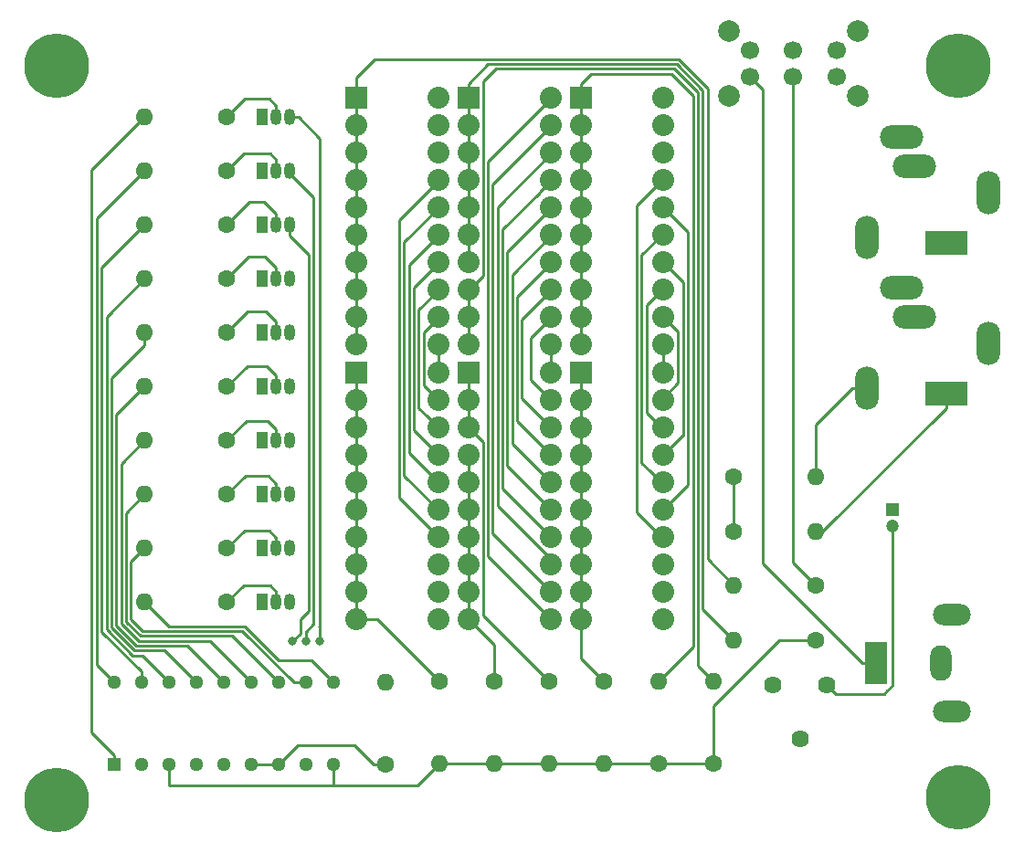
<source format=gtl>
G04 #@! TF.GenerationSoftware,KiCad,Pcbnew,(5.1.0)-1*
G04 #@! TF.CreationDate,2019-05-23T23:37:30-04:00*
G04 #@! TF.ProjectId,KITT Voicebox 12v,4b495454-2056-46f6-9963-65626f782031,rev?*
G04 #@! TF.SameCoordinates,Original*
G04 #@! TF.FileFunction,Copper,L1,Top*
G04 #@! TF.FilePolarity,Positive*
%FSLAX46Y46*%
G04 Gerber Fmt 4.6, Leading zero omitted, Abs format (unit mm)*
G04 Created by KiCad (PCBNEW (5.1.0)-1) date 2019-05-23 23:37:30*
%MOMM*%
%LPD*%
G04 APERTURE LIST*
%ADD10C,1.700000*%
%ADD11C,2.000000*%
%ADD12C,1.620000*%
%ADD13C,6.000000*%
%ADD14O,1.600000X1.600000*%
%ADD15C,1.600000*%
%ADD16R,1.050000X1.500000*%
%ADD17O,1.050000X1.500000*%
%ADD18C,2.032000*%
%ADD19R,2.032000X2.032000*%
%ADD20R,1.200000X1.200000*%
%ADD21C,1.200000*%
%ADD22R,4.000000X2.200000*%
%ADD23O,2.200000X4.000000*%
%ADD24O,4.000000X2.200000*%
%ADD25R,2.000000X4.000000*%
%ADD26O,2.000000X3.300000*%
%ADD27O,3.500000X2.000000*%
%ADD28R,1.298000X1.298000*%
%ADD29C,1.298000*%
%ADD30C,0.800000*%
%ADD31C,0.250000*%
G04 APERTURE END LIST*
D10*
X169544000Y-48808000D03*
X165544000Y-48808000D03*
X161544000Y-48808000D03*
X169544000Y-51308000D03*
X165544000Y-51308000D03*
X161544000Y-51308000D03*
D11*
X159544000Y-47058000D03*
X171544000Y-47058000D03*
X171544000Y-53058000D03*
X159544000Y-53058000D03*
D12*
X168656000Y-107696000D03*
X166156000Y-112696000D03*
X163656000Y-107696000D03*
D13*
X180848000Y-118110000D03*
X180848000Y-50292000D03*
D14*
X105410000Y-70000000D03*
D15*
X113030000Y-70000000D03*
D16*
X116350000Y-75000000D03*
D17*
X118890000Y-75000000D03*
X117620000Y-75000000D03*
D13*
X97282000Y-118364000D03*
X97282000Y-50292000D03*
D18*
X143060000Y-78700000D03*
X143060000Y-81240000D03*
X143060000Y-83780000D03*
X143060000Y-86320000D03*
X135440000Y-99020000D03*
X135440000Y-101560000D03*
X143060000Y-101560000D03*
X143060000Y-99020000D03*
X135440000Y-96480000D03*
X135440000Y-93940000D03*
X135440000Y-91400000D03*
X135440000Y-88860000D03*
X143060000Y-88860000D03*
X143060000Y-91400000D03*
X143060000Y-93940000D03*
X143060000Y-96480000D03*
X135440000Y-86320000D03*
X135440000Y-83780000D03*
X135440000Y-81240000D03*
D19*
X135440000Y-78700000D03*
D15*
X132715000Y-107315000D03*
D14*
X132715000Y-114935000D03*
D19*
X125000000Y-53190000D03*
D18*
X125000000Y-55730000D03*
X125000000Y-58270000D03*
X125000000Y-60810000D03*
X132620000Y-70970000D03*
X132620000Y-68430000D03*
X132620000Y-65890000D03*
X132620000Y-63350000D03*
X125000000Y-63350000D03*
X125000000Y-65890000D03*
X125000000Y-68430000D03*
X125000000Y-70970000D03*
X132620000Y-73510000D03*
X132620000Y-76050000D03*
X125000000Y-76050000D03*
X125000000Y-73510000D03*
X132620000Y-60810000D03*
X132620000Y-58270000D03*
X132620000Y-55730000D03*
X132620000Y-53190000D03*
D19*
X135440000Y-53190000D03*
D18*
X135440000Y-55730000D03*
X135440000Y-58270000D03*
X135440000Y-60810000D03*
X143060000Y-70970000D03*
X143060000Y-68430000D03*
X143060000Y-65890000D03*
X143060000Y-63350000D03*
X135440000Y-63350000D03*
X135440000Y-65890000D03*
X135440000Y-68430000D03*
X135440000Y-70970000D03*
X143060000Y-73510000D03*
X143060000Y-76050000D03*
X135440000Y-76050000D03*
X135440000Y-73510000D03*
X143060000Y-60810000D03*
X143060000Y-58270000D03*
X143060000Y-55730000D03*
X143060000Y-53190000D03*
D17*
X117620000Y-80000000D03*
X118890000Y-80000000D03*
D16*
X116350000Y-80000000D03*
D18*
X132620000Y-78700000D03*
X132620000Y-81240000D03*
X132620000Y-83780000D03*
X132620000Y-86320000D03*
X125000000Y-99020000D03*
X125000000Y-101560000D03*
X132620000Y-101560000D03*
X132620000Y-99020000D03*
X125000000Y-96480000D03*
X125000000Y-93940000D03*
X125000000Y-91400000D03*
X125000000Y-88860000D03*
X132620000Y-88860000D03*
X132620000Y-91400000D03*
X132620000Y-93940000D03*
X132620000Y-96480000D03*
X125000000Y-86320000D03*
X125000000Y-83780000D03*
X125000000Y-81240000D03*
D19*
X125000000Y-78700000D03*
X145880000Y-53190000D03*
D18*
X145880000Y-55730000D03*
X145880000Y-58270000D03*
X145880000Y-60810000D03*
X153500000Y-70970000D03*
X153500000Y-68430000D03*
X153500000Y-65890000D03*
X153500000Y-63350000D03*
X145880000Y-63350000D03*
X145880000Y-65890000D03*
X145880000Y-68430000D03*
X145880000Y-70970000D03*
X153500000Y-73510000D03*
X153500000Y-76050000D03*
X145880000Y-76050000D03*
X145880000Y-73510000D03*
X153500000Y-60810000D03*
X153500000Y-58270000D03*
X153500000Y-55730000D03*
X153500000Y-53190000D03*
X153500000Y-78700000D03*
X153500000Y-81240000D03*
X153500000Y-83780000D03*
X153500000Y-86320000D03*
X145880000Y-99020000D03*
X145880000Y-101560000D03*
X153500000Y-101560000D03*
X153500000Y-99020000D03*
X145880000Y-96480000D03*
X145880000Y-93940000D03*
X145880000Y-91400000D03*
X145880000Y-88860000D03*
X153500000Y-88860000D03*
X153500000Y-91400000D03*
X153500000Y-93940000D03*
X153500000Y-96480000D03*
X145880000Y-86320000D03*
X145880000Y-83780000D03*
X145880000Y-81240000D03*
D19*
X145880000Y-78700000D03*
D20*
X174752000Y-91440000D03*
D21*
X174752000Y-92940000D03*
D22*
X179705000Y-80645000D03*
D23*
X172405000Y-80145000D03*
D24*
X176805000Y-73545000D03*
X175605000Y-70845000D03*
D23*
X183605000Y-76045000D03*
X183605000Y-62075000D03*
D24*
X175605000Y-56875000D03*
X176805000Y-59575000D03*
D23*
X172405000Y-66175000D03*
D22*
X179705000Y-66675000D03*
D25*
X173228000Y-105664000D03*
D26*
X179228000Y-105664000D03*
D27*
X180228000Y-101164000D03*
X180228000Y-110164000D03*
D16*
X116350000Y-55000000D03*
D17*
X118890000Y-55000000D03*
X117620000Y-55000000D03*
X117620000Y-60000000D03*
X118890000Y-60000000D03*
D16*
X116350000Y-60000000D03*
X116350000Y-65000000D03*
D17*
X118890000Y-65000000D03*
X117620000Y-65000000D03*
X117620000Y-70000000D03*
X118890000Y-70000000D03*
D16*
X116350000Y-70000000D03*
X116350000Y-85000000D03*
D17*
X118890000Y-85000000D03*
X117620000Y-85000000D03*
X117620000Y-90000000D03*
X118890000Y-90000000D03*
D16*
X116350000Y-90000000D03*
X116350000Y-95000000D03*
D17*
X118890000Y-95000000D03*
X117620000Y-95000000D03*
X117620000Y-100000000D03*
X118890000Y-100000000D03*
D16*
X116350000Y-100000000D03*
D14*
X167640000Y-93472000D03*
D15*
X160020000Y-93472000D03*
X160020000Y-88392000D03*
D14*
X167640000Y-88392000D03*
D15*
X127762000Y-115062000D03*
D14*
X127762000Y-107442000D03*
D15*
X113030000Y-55000000D03*
D14*
X105410000Y-55000000D03*
X105410000Y-60000000D03*
D15*
X113030000Y-60000000D03*
X113030000Y-65000000D03*
D14*
X105410000Y-65000000D03*
D15*
X113030000Y-75000000D03*
D14*
X105410000Y-75000000D03*
X105410000Y-80010000D03*
D15*
X113030000Y-80010000D03*
X113030000Y-85000000D03*
D14*
X105410000Y-85000000D03*
X105410000Y-90000000D03*
D15*
X113030000Y-90000000D03*
X113030000Y-95000000D03*
D14*
X105410000Y-95000000D03*
X105410000Y-100000000D03*
D15*
X113030000Y-100000000D03*
X167640000Y-98425000D03*
D14*
X160020000Y-98425000D03*
X158115000Y-107315000D03*
D15*
X158115000Y-114935000D03*
D14*
X142875000Y-114935000D03*
D15*
X142875000Y-107315000D03*
D14*
X160020000Y-103505000D03*
D15*
X167640000Y-103505000D03*
D14*
X137795000Y-114935000D03*
D15*
X137795000Y-107315000D03*
X153035000Y-114935000D03*
D14*
X153035000Y-107315000D03*
D15*
X147955000Y-107315000D03*
D14*
X147955000Y-114935000D03*
D28*
X102616000Y-115062000D03*
D29*
X105156000Y-115062000D03*
X107696000Y-115062000D03*
X110236000Y-115062000D03*
X112776000Y-115062000D03*
X115316000Y-115062000D03*
X117856000Y-115062000D03*
X120396000Y-115062000D03*
X122936000Y-115062000D03*
X122936000Y-107442000D03*
X120396000Y-107442000D03*
X117856000Y-107442000D03*
X115316000Y-107442000D03*
X112776000Y-107442000D03*
X110236000Y-107442000D03*
X107696000Y-107442000D03*
X105156000Y-107442000D03*
X102616000Y-107442000D03*
D30*
X119126000Y-103632000D03*
X120396000Y-103632000D03*
X121666000Y-103632000D03*
D31*
X125000000Y-52500000D02*
X125000000Y-75000000D01*
X125000000Y-76200000D02*
X125000000Y-75060000D01*
X125000000Y-52500000D02*
X125000000Y-75060000D01*
X125000000Y-75060000D02*
X125000000Y-75360000D01*
X125000000Y-51399942D02*
X126744971Y-49654971D01*
X125000000Y-52500000D02*
X125000000Y-51399942D01*
X126744971Y-49654971D02*
X154904201Y-49654971D01*
X154904201Y-49654971D02*
X157600028Y-52350798D01*
X157600028Y-52350798D02*
X157600028Y-52949968D01*
X157600028Y-52949968D02*
X157600030Y-52949970D01*
X157600030Y-96005030D02*
X157600030Y-95116030D01*
X160020000Y-98425000D02*
X157600030Y-96005030D01*
X157600030Y-52949970D02*
X157600030Y-95116030D01*
X152274001Y-82764001D02*
X153290000Y-83780000D01*
X151948999Y-82438999D02*
X152274001Y-82764001D01*
X130828990Y-81988990D02*
X131604001Y-82764001D01*
X131604001Y-82764001D02*
X132620000Y-83780000D01*
X143070000Y-91400000D02*
X139041051Y-87371051D01*
X130828990Y-72911010D02*
X130828990Y-73078990D01*
X132620000Y-71120000D02*
X130828990Y-72911010D01*
X130828990Y-73078990D02*
X130828990Y-81988990D01*
X139041051Y-67528949D02*
X139041051Y-68491051D01*
X143070000Y-63500000D02*
X139041051Y-67528949D01*
X139041051Y-87371051D02*
X139041051Y-68491051D01*
X151948999Y-72461001D02*
X151948999Y-72948999D01*
X153290000Y-71120000D02*
X151948999Y-72461001D01*
X151948999Y-72948999D02*
X151948999Y-82438999D01*
X132620000Y-86320000D02*
X130378981Y-84078981D01*
X143070000Y-93940000D02*
X138591041Y-89461041D01*
X130378981Y-70821019D02*
X130378981Y-71161019D01*
X132620000Y-68580000D02*
X130378981Y-70821019D01*
X130378981Y-84078981D02*
X130378981Y-71161019D01*
X138591041Y-65458959D02*
X138591041Y-66961041D01*
X142054001Y-61995999D02*
X138591041Y-65458959D01*
X143070000Y-60960000D02*
X142054001Y-61975999D01*
X138591041Y-89461041D02*
X138591041Y-66961041D01*
X155301010Y-84518990D02*
X153500000Y-86320000D01*
X155321010Y-84518990D02*
X155301010Y-84518990D01*
X153490000Y-68480000D02*
X155321010Y-70311010D01*
X155321010Y-70311010D02*
X155321010Y-84518990D01*
X152274001Y-87844001D02*
X153290000Y-88860000D01*
X151498990Y-87068990D02*
X152274001Y-87844001D01*
X132620000Y-88860000D02*
X129928972Y-86168972D01*
X143070000Y-96020000D02*
X138141031Y-91091031D01*
X142760000Y-96480000D02*
X142760000Y-96020000D01*
X129928972Y-68731028D02*
X129928972Y-69308972D01*
X132620000Y-66040000D02*
X129928972Y-68731028D01*
X129928972Y-86168972D02*
X129928972Y-69308972D01*
X138141031Y-63348969D02*
X138141031Y-64348969D01*
X143070000Y-58420000D02*
X138141031Y-63348969D01*
X138141031Y-91091031D02*
X138141031Y-64348969D01*
X151498990Y-67831010D02*
X151498990Y-68608990D01*
X153290000Y-66040000D02*
X151498990Y-67831010D01*
X151498990Y-68608990D02*
X151498990Y-87068990D01*
X132620000Y-91400000D02*
X129478963Y-88258963D01*
X143070000Y-99020000D02*
X137691021Y-93641021D01*
X129478963Y-66641037D02*
X129478963Y-67378963D01*
X132620000Y-63500000D02*
X129478963Y-66641037D01*
X129478963Y-88258963D02*
X129478963Y-67378963D01*
X137691021Y-61258979D02*
X137691021Y-62998979D01*
X143070000Y-55880000D02*
X137691021Y-61258979D01*
X137691021Y-93641021D02*
X137691021Y-62998979D01*
X155751019Y-89148981D02*
X153500000Y-91400000D01*
X155771019Y-89148981D02*
X155751019Y-89148981D01*
X153490000Y-63400000D02*
X155771019Y-65681019D01*
X155771019Y-65681019D02*
X155771019Y-89148981D01*
X131604001Y-80224001D02*
X132620000Y-81240000D01*
X131278999Y-79898999D02*
X131604001Y-80224001D01*
X143070000Y-88860000D02*
X142054001Y-87844001D01*
X142024001Y-87844001D02*
X139491061Y-85311061D01*
X131278999Y-75001001D02*
X131278999Y-75848999D01*
X132620000Y-73660000D02*
X131278999Y-75001001D01*
X131278999Y-75848999D02*
X131278999Y-79898999D01*
X139491061Y-69618939D02*
X139491061Y-70328939D01*
X143070000Y-66040000D02*
X139491061Y-69618939D01*
X139491061Y-85311061D02*
X139491061Y-70328939D01*
X154871001Y-79658999D02*
X153290000Y-81240000D01*
X153490000Y-73560000D02*
X154871001Y-74941001D01*
X154871001Y-74941001D02*
X154871001Y-79658999D01*
X153510000Y-75390000D02*
X153510000Y-78730000D01*
X132620000Y-75360000D02*
X132620000Y-78700000D01*
X143070000Y-86320000D02*
X139941071Y-83191071D01*
X139941071Y-71708929D02*
X139941071Y-72821071D01*
X143070000Y-68580000D02*
X139941071Y-71708929D01*
X139941071Y-83191071D02*
X139941071Y-72821071D01*
X152274001Y-92924001D02*
X153290000Y-93940000D01*
X151048980Y-91698980D02*
X152274001Y-92924001D01*
X131604001Y-92924001D02*
X132620000Y-93940000D01*
X129028954Y-90348954D02*
X131604001Y-92924001D01*
X137241011Y-95731011D02*
X142054001Y-100544001D01*
X142054001Y-100544001D02*
X143070000Y-101560000D01*
X129028954Y-64551046D02*
X129028954Y-65471046D01*
X132620000Y-60960000D02*
X129028954Y-64551046D01*
X129028954Y-65471046D02*
X129028954Y-90348954D01*
X143070000Y-53340000D02*
X137241011Y-59168989D01*
X137241011Y-59168989D02*
X137241011Y-60038989D01*
X137241011Y-60038989D02*
X137241011Y-95731011D01*
X151048980Y-63201020D02*
X151048980Y-64411020D01*
X153290000Y-60960000D02*
X151048980Y-63201020D01*
X151048980Y-64411020D02*
X151048980Y-91698980D01*
X125000000Y-79966000D02*
X125000000Y-101560000D01*
X125000000Y-78700000D02*
X125000000Y-79966000D01*
X126960000Y-101560000D02*
X132715000Y-107315000D01*
X125000000Y-101560000D02*
X126960000Y-101560000D01*
X135450000Y-53340000D02*
X135450000Y-68580000D01*
X137869020Y-50104980D02*
X138785020Y-50104980D01*
X154717800Y-50104980D02*
X157150019Y-52537199D01*
X137259020Y-50104980D02*
X138285020Y-50104980D01*
X135440000Y-51924000D02*
X137259020Y-50104980D01*
X135440000Y-53190000D02*
X135440000Y-51924000D01*
X137265020Y-50104980D02*
X138285020Y-50104980D01*
X138285020Y-50104980D02*
X154717800Y-50104980D01*
X157150019Y-100635019D02*
X160020000Y-103505000D01*
X157150019Y-52537199D02*
X157150019Y-100635019D01*
X140391081Y-81101081D02*
X143070000Y-83780000D01*
X140391081Y-74354237D02*
X140401834Y-74354237D01*
X118890000Y-65000000D02*
X118890000Y-65225000D01*
X140391081Y-73798919D02*
X140391081Y-75361081D01*
X143070000Y-71120000D02*
X140391081Y-73798919D01*
X140391081Y-75361081D02*
X140391081Y-81101081D01*
X120650000Y-67760000D02*
X120650000Y-100784315D01*
X118890000Y-66000000D02*
X120650000Y-67760000D01*
X118890000Y-65000000D02*
X118890000Y-66000000D01*
X119861158Y-102896842D02*
X119126000Y-103632000D01*
X119861158Y-101573158D02*
X119861158Y-102896842D01*
X120650000Y-100784315D02*
X119861158Y-101573158D01*
X156700009Y-105900009D02*
X158115000Y-107315000D01*
X156700010Y-52723600D02*
X156700009Y-105900009D01*
X135450000Y-71120000D02*
X136791001Y-69778999D01*
X135450000Y-76200000D02*
X135450000Y-71120000D01*
X136791001Y-69778999D02*
X136791001Y-51738999D01*
X136791001Y-51738999D02*
X137975010Y-50554990D01*
X137975010Y-50554990D02*
X154531400Y-50554990D01*
X154531400Y-50554990D02*
X156700010Y-52723600D01*
X141230000Y-79400000D02*
X141500000Y-79670000D01*
X141500000Y-79670000D02*
X143070000Y-81240000D01*
X141230000Y-75500000D02*
X141230000Y-76580000D01*
X143070000Y-73660000D02*
X141230000Y-75500000D01*
X141230000Y-76580000D02*
X141230000Y-79400000D01*
X120396000Y-103066315D02*
X120396000Y-103632000D01*
X120396000Y-102741590D02*
X120396000Y-103066315D01*
X121100010Y-102037580D02*
X120396000Y-102741590D01*
X121100010Y-62435010D02*
X121100010Y-102037580D01*
X118890000Y-60225000D02*
X121100010Y-62435010D01*
X118890000Y-60000000D02*
X118890000Y-60225000D01*
X118890000Y-55000000D02*
X118850000Y-55000000D01*
X118850000Y-55000000D02*
X118470010Y-55000000D01*
X118890000Y-55000000D02*
X118890000Y-55225000D01*
X143070000Y-78690000D02*
X143060000Y-78700000D01*
X143070000Y-76200000D02*
X143070000Y-78690000D01*
X121550000Y-102224000D02*
X121666000Y-102340000D01*
X119665000Y-55000000D02*
X118890000Y-55000000D01*
X121666000Y-57001000D02*
X119665000Y-55000000D01*
X121666000Y-103632000D02*
X121666000Y-57001000D01*
X135450000Y-101560000D02*
X135450000Y-86320000D01*
X137795000Y-103915000D02*
X135440000Y-101560000D01*
X137795000Y-107315000D02*
X137795000Y-103915000D01*
X135450000Y-78710000D02*
X135440000Y-78700000D01*
X135450000Y-83780000D02*
X135450000Y-78710000D01*
X136791001Y-85121001D02*
X135450000Y-83780000D01*
X136791001Y-101231001D02*
X136791001Y-99174999D01*
X142875000Y-107315000D02*
X136791001Y-101231001D01*
X136791001Y-99174999D02*
X136791001Y-85121001D01*
X156250000Y-104100000D02*
X153035000Y-107315000D01*
X156250000Y-53030000D02*
X156250000Y-104100000D01*
X154225000Y-51005000D02*
X156250000Y-53030000D01*
X146839000Y-51005000D02*
X154225000Y-51005000D01*
X145870000Y-76100000D02*
X145870000Y-51974000D01*
X145870000Y-51974000D02*
X146839000Y-51005000D01*
X145890000Y-78700000D02*
X145890000Y-101560000D01*
X145980000Y-102160000D02*
X145380000Y-101560000D01*
X145880000Y-105240000D02*
X147955000Y-107315000D01*
X145880000Y-101560000D02*
X145880000Y-105240000D01*
X160020000Y-88392000D02*
X160020000Y-93472000D01*
X174752000Y-92940000D02*
X174752000Y-107725002D01*
X173971003Y-108505999D02*
X174258501Y-108218501D01*
X169465999Y-108505999D02*
X173971003Y-108505999D01*
X168656000Y-107696000D02*
X169465999Y-108505999D01*
X174752000Y-107725002D02*
X174258501Y-108218501D01*
X168228000Y-93472000D02*
X167640000Y-93472000D01*
X179705000Y-81995000D02*
X168228000Y-93472000D01*
X179705000Y-80645000D02*
X179705000Y-81995000D01*
X167640000Y-83560000D02*
X167640000Y-88392000D01*
X172405000Y-80145000D02*
X171055000Y-80145000D01*
X171055000Y-80145000D02*
X167640000Y-83560000D01*
X162393999Y-52157999D02*
X161544000Y-51308000D01*
X162719001Y-52483001D02*
X162393999Y-52157999D01*
X162719001Y-96405001D02*
X162719001Y-94836999D01*
X171978000Y-105664000D02*
X162719001Y-96405001D01*
X173228000Y-105664000D02*
X171978000Y-105664000D01*
X162719001Y-95070999D02*
X162719001Y-94836999D01*
X162719001Y-94836999D02*
X162719001Y-52483001D01*
X117620000Y-54000000D02*
X116960000Y-53340000D01*
X117620000Y-55000000D02*
X117620000Y-54000000D01*
X114690000Y-53340000D02*
X113030000Y-55000000D01*
X116960000Y-53340000D02*
X114690000Y-53340000D01*
X117620000Y-59000000D02*
X117040000Y-58420000D01*
X117620000Y-60000000D02*
X117620000Y-59000000D01*
X114610000Y-58420000D02*
X113030000Y-60000000D01*
X117040000Y-58420000D02*
X114610000Y-58420000D01*
X117620000Y-64000000D02*
X116485000Y-62865000D01*
X117620000Y-65000000D02*
X117620000Y-64000000D01*
X115165000Y-62865000D02*
X113030000Y-65000000D01*
X116485000Y-62865000D02*
X115165000Y-62865000D01*
X117620000Y-69000000D02*
X116565000Y-67945000D01*
X117620000Y-70000000D02*
X117620000Y-69000000D01*
X115085000Y-67945000D02*
X113030000Y-70000000D01*
X116565000Y-67945000D02*
X115085000Y-67945000D01*
X117620000Y-74000000D02*
X116645000Y-73025000D01*
X117620000Y-75000000D02*
X117620000Y-74000000D01*
X115005000Y-73025000D02*
X113030000Y-75000000D01*
X116645000Y-73025000D02*
X115005000Y-73025000D01*
X117620000Y-79000000D02*
X116725000Y-78105000D01*
X117620000Y-80000000D02*
X117620000Y-79000000D01*
X114935000Y-78105000D02*
X113030000Y-80010000D01*
X116725000Y-78105000D02*
X114935000Y-78105000D01*
X117620000Y-84000000D02*
X116805000Y-83185000D01*
X117620000Y-85000000D02*
X117620000Y-84000000D01*
X114845000Y-83185000D02*
X113030000Y-85000000D01*
X116805000Y-83185000D02*
X114845000Y-83185000D01*
X117620000Y-89000000D02*
X116885000Y-88265000D01*
X117620000Y-90000000D02*
X117620000Y-89000000D01*
X114765000Y-88265000D02*
X113030000Y-90000000D01*
X116885000Y-88265000D02*
X114765000Y-88265000D01*
X117620000Y-94000000D02*
X116965000Y-93345000D01*
X117620000Y-95000000D02*
X117620000Y-94000000D01*
X114685000Y-93345000D02*
X113030000Y-95000000D01*
X116965000Y-93345000D02*
X114685000Y-93345000D01*
X117620000Y-99000000D02*
X117045000Y-98425000D01*
X117620000Y-100000000D02*
X117620000Y-99000000D01*
X114605000Y-98425000D02*
X113030000Y-100000000D01*
X117045000Y-98425000D02*
X114605000Y-98425000D01*
X115316000Y-115062000D02*
X117856000Y-115062000D01*
X126630630Y-115062000D02*
X124852630Y-113284000D01*
X127762000Y-115062000D02*
X126630630Y-115062000D01*
X119634000Y-113284000D02*
X117856000Y-115062000D01*
X124852630Y-113284000D02*
X119634000Y-113284000D01*
X104610001Y-55799999D02*
X105410000Y-55000000D01*
X100514990Y-98240010D02*
X100514990Y-59895010D01*
X100514990Y-59895010D02*
X104610001Y-55799999D01*
X102616000Y-114163000D02*
X102616000Y-115062000D01*
X100514990Y-112061990D02*
X102616000Y-114163000D01*
X100514990Y-98240010D02*
X100514990Y-112061990D01*
X100965000Y-64445000D02*
X105410000Y-60000000D01*
X100965000Y-100965000D02*
X100965000Y-64445000D01*
X100965000Y-105791000D02*
X102616000Y-107442000D01*
X100965000Y-100965000D02*
X100965000Y-105791000D01*
X104610001Y-65799999D02*
X105410000Y-65000000D01*
X101439944Y-68970056D02*
X104610001Y-65799999D01*
X101439944Y-102718404D02*
X101439944Y-101439944D01*
X105156000Y-106434460D02*
X101439944Y-102718404D01*
X105156000Y-107442000D02*
X105156000Y-106434460D01*
X101439944Y-101439944D02*
X101439944Y-68970056D01*
X105410000Y-70000000D02*
X101889954Y-73520046D01*
X107696000Y-107442000D02*
X105189057Y-104935057D01*
X101889954Y-102532004D02*
X101889954Y-102326046D01*
X104293007Y-104935057D02*
X101889954Y-102532004D01*
X105189057Y-104935057D02*
X104293007Y-104935057D01*
X101889954Y-73520046D02*
X101889954Y-102326046D01*
X105410000Y-76131370D02*
X102339964Y-79201406D01*
X105410000Y-75000000D02*
X105410000Y-76131370D01*
X102339964Y-102345604D02*
X102339964Y-101622036D01*
X104479408Y-104485048D02*
X102339964Y-102345604D01*
X107279049Y-104485049D02*
X104479408Y-104485048D01*
X110236000Y-107442000D02*
X107279049Y-104485049D01*
X102339964Y-79201406D02*
X102339964Y-101622036D01*
X102789972Y-86983620D02*
X102789973Y-102159203D01*
X105410000Y-80010000D02*
X102789973Y-82630027D01*
X102789973Y-82630027D02*
X102789972Y-86983620D01*
X104665809Y-104035039D02*
X103820385Y-103189615D01*
X109369039Y-104035039D02*
X104665809Y-104035039D01*
X112776000Y-107442000D02*
X109369039Y-104035039D01*
X102789973Y-102159203D02*
X103820385Y-103189615D01*
X103239981Y-87170019D02*
X103239982Y-101972802D01*
X105410000Y-85000000D02*
X103239981Y-87170019D01*
X104852209Y-103585029D02*
X104773590Y-103506410D01*
X111459029Y-103585029D02*
X104852209Y-103585029D01*
X115316000Y-107442000D02*
X111459029Y-103585029D01*
X103239982Y-101972802D02*
X104773590Y-103506410D01*
X103689991Y-101786401D02*
X105038609Y-103135019D01*
X105410000Y-90000000D02*
X103689991Y-91720009D01*
X103689991Y-91720009D02*
X103689991Y-101786401D01*
X113549019Y-103135019D02*
X106437019Y-103135019D01*
X117856000Y-107442000D02*
X113549019Y-103135019D01*
X105038609Y-103135019D02*
X106437019Y-103135019D01*
X106437019Y-103135019D02*
X106945019Y-103135019D01*
X105410000Y-95000000D02*
X104140000Y-96270000D01*
X104140000Y-96270000D02*
X104140000Y-101600000D01*
X104140000Y-101600000D02*
X105225009Y-102685009D01*
X114494599Y-102685009D02*
X108527009Y-102685009D01*
X119251590Y-107442000D02*
X114494599Y-102685009D01*
X120396000Y-107442000D02*
X119251590Y-107442000D01*
X105225009Y-102685009D02*
X108527009Y-102685009D01*
X108527009Y-102685009D02*
X109035009Y-102685009D01*
X107645000Y-102235000D02*
X105410000Y-100000000D01*
X114681000Y-102235000D02*
X110363000Y-102235000D01*
X117856000Y-105410000D02*
X114681000Y-102235000D01*
X120904000Y-105410000D02*
X117856000Y-105410000D01*
X122936000Y-107442000D02*
X120904000Y-105410000D01*
X111125000Y-102235000D02*
X110363000Y-102235000D01*
X110363000Y-102235000D02*
X107645000Y-102235000D01*
X107696000Y-115062000D02*
X107696000Y-116967000D01*
X107696000Y-116967000D02*
X109601000Y-116967000D01*
X132080000Y-114935000D02*
X137160000Y-114935000D01*
X137160000Y-114935000D02*
X142240000Y-114935000D01*
X142240000Y-114935000D02*
X147320000Y-114935000D01*
X122936000Y-116967000D02*
X109601000Y-116967000D01*
X122936000Y-115062000D02*
X122936000Y-116967000D01*
X130683000Y-116967000D02*
X132715000Y-114935000D01*
X122936000Y-116967000D02*
X130683000Y-116967000D01*
X149086370Y-114935000D02*
X153035000Y-114935000D01*
X147955000Y-114935000D02*
X149086370Y-114935000D01*
X156983630Y-114935000D02*
X153035000Y-114935000D01*
X158115000Y-114935000D02*
X156983630Y-114935000D01*
X158115000Y-113803630D02*
X158115000Y-114935000D01*
X158115000Y-109601000D02*
X158115000Y-112649000D01*
X164211000Y-103505000D02*
X158115000Y-109601000D01*
X167640000Y-103505000D02*
X164211000Y-103505000D01*
X158115000Y-111898630D02*
X158115000Y-112649000D01*
X158115000Y-112649000D02*
X158115000Y-113803630D01*
X165544000Y-96329000D02*
X165544000Y-95440000D01*
X167640000Y-98425000D02*
X165544000Y-96329000D01*
X165544000Y-95695000D02*
X165544000Y-95440000D01*
X165544000Y-95440000D02*
X165544000Y-51308000D01*
M02*

</source>
